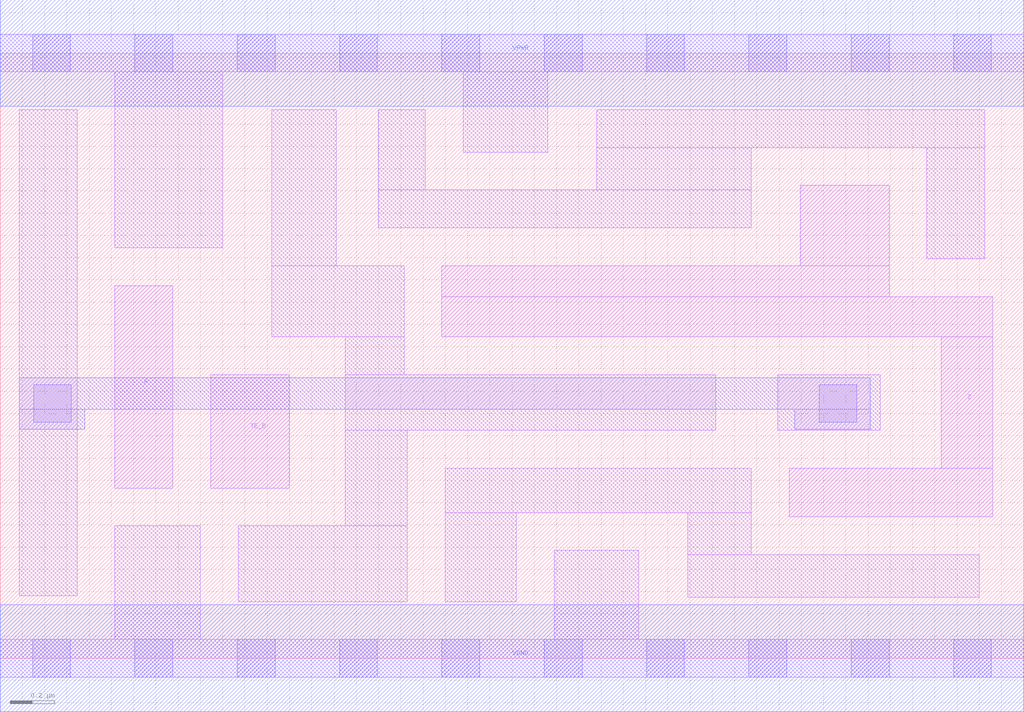
<source format=lef>
# Copyright 2020 The SkyWater PDK Authors
#
# Licensed under the Apache License, Version 2.0 (the "License");
# you may not use this file except in compliance with the License.
# You may obtain a copy of the License at
#
#     https://www.apache.org/licenses/LICENSE-2.0
#
# Unless required by applicable law or agreed to in writing, software
# distributed under the License is distributed on an "AS IS" BASIS,
# WITHOUT WARRANTIES OR CONDITIONS OF ANY KIND, either express or implied.
# See the License for the specific language governing permissions and
# limitations under the License.
#
# SPDX-License-Identifier: Apache-2.0

VERSION 5.7 ;
BUSBITCHARS "[]" ;
DIVIDERCHAR "/" ;
PROPERTYDEFINITIONS
  MACRO maskLayoutSubType STRING ;
  MACRO prCellType STRING ;
  MACRO originalViewName STRING ;
END PROPERTYDEFINITIONS
MACRO sky130_fd_sc_hdll__ebufn_2
  ORIGIN  0.000000  0.000000 ;
  CLASS CORE ;
  SYMMETRY X Y R90 ;
  SIZE  4.600000 BY  2.720000 ;
  SITE unithd ;
  PIN A
    ANTENNAGATEAREA  0.178200 ;
    DIRECTION INPUT ;
    USE SIGNAL ;
    PORT
      LAYER li1 ;
        RECT 0.515000 0.765000 0.775000 1.675000 ;
    END
  END A
  PIN TE_B
    ANTENNAGATEAREA  0.516600 ;
    DIRECTION INPUT ;
    USE SIGNAL ;
    PORT
      LAYER li1 ;
        RECT 0.945000 0.765000 1.300000 1.275000 ;
    END
  END TE_B
  PIN VGND
    DIRECTION INOUT ;
    USE SIGNAL ;
    PORT
      LAYER met1 ;
        RECT 0.000000 -0.240000 4.600000 0.240000 ;
    END
  END VGND
  PIN VPWR
    DIRECTION INOUT ;
    USE SIGNAL ;
    PORT
      LAYER met1 ;
        RECT 0.000000 2.480000 4.600000 2.960000 ;
    END
  END VPWR
  PIN Z
    ANTENNADIFFAREA  0.530500 ;
    DIRECTION OUTPUT ;
    USE SIGNAL ;
    PORT
      LAYER li1 ;
        RECT 1.985000 1.445000 4.460000 1.625000 ;
        RECT 1.985000 1.625000 3.995000 1.765000 ;
        RECT 3.545000 0.635000 4.460000 0.855000 ;
        RECT 3.595000 1.765000 3.995000 2.125000 ;
        RECT 4.230000 0.855000 4.460000 1.445000 ;
    END
  END Z
  OBS
    LAYER li1 ;
      RECT 0.000000 -0.085000 4.600000 0.085000 ;
      RECT 0.000000  2.635000 4.600000 2.805000 ;
      RECT 0.085000  0.280000 0.345000 2.465000 ;
      RECT 0.515000  0.085000 0.900000 0.595000 ;
      RECT 0.515000  1.845000 1.000000 2.635000 ;
      RECT 1.070000  0.255000 1.830000 0.595000 ;
      RECT 1.220000  1.445000 1.815000 1.765000 ;
      RECT 1.220000  1.765000 1.510000 2.465000 ;
      RECT 1.550000  0.595000 1.830000 1.025000 ;
      RECT 1.550000  1.025000 3.215000 1.275000 ;
      RECT 1.550000  1.275000 1.815000 1.445000 ;
      RECT 1.700000  1.935000 3.375000 2.105000 ;
      RECT 1.700000  2.105000 1.910000 2.465000 ;
      RECT 2.000000  0.255000 2.320000 0.655000 ;
      RECT 2.000000  0.655000 3.375000 0.855000 ;
      RECT 2.080000  2.275000 2.460000 2.635000 ;
      RECT 2.490000  0.085000 2.870000 0.485000 ;
      RECT 2.680000  2.105000 3.375000 2.295000 ;
      RECT 2.680000  2.295000 4.425000 2.465000 ;
      RECT 3.090000  0.275000 4.400000 0.465000 ;
      RECT 3.090000  0.465000 3.375000 0.655000 ;
      RECT 3.495000  1.025000 3.955000 1.275000 ;
      RECT 4.165000  1.795000 4.425000 2.295000 ;
    LAYER mcon ;
      RECT 0.145000 -0.085000 0.315000 0.085000 ;
      RECT 0.145000  2.635000 0.315000 2.805000 ;
      RECT 0.150000  1.060000 0.320000 1.230000 ;
      RECT 0.605000 -0.085000 0.775000 0.085000 ;
      RECT 0.605000  2.635000 0.775000 2.805000 ;
      RECT 1.065000 -0.085000 1.235000 0.085000 ;
      RECT 1.065000  2.635000 1.235000 2.805000 ;
      RECT 1.525000 -0.085000 1.695000 0.085000 ;
      RECT 1.525000  2.635000 1.695000 2.805000 ;
      RECT 1.985000 -0.085000 2.155000 0.085000 ;
      RECT 1.985000  2.635000 2.155000 2.805000 ;
      RECT 2.445000 -0.085000 2.615000 0.085000 ;
      RECT 2.445000  2.635000 2.615000 2.805000 ;
      RECT 2.905000 -0.085000 3.075000 0.085000 ;
      RECT 2.905000  2.635000 3.075000 2.805000 ;
      RECT 3.365000 -0.085000 3.535000 0.085000 ;
      RECT 3.365000  2.635000 3.535000 2.805000 ;
      RECT 3.680000  1.060000 3.850000 1.230000 ;
      RECT 3.825000 -0.085000 3.995000 0.085000 ;
      RECT 3.825000  2.635000 3.995000 2.805000 ;
      RECT 4.285000 -0.085000 4.455000 0.085000 ;
      RECT 4.285000  2.635000 4.455000 2.805000 ;
    LAYER met1 ;
      RECT 0.085000 1.030000 0.380000 1.120000 ;
      RECT 0.085000 1.120000 3.910000 1.260000 ;
      RECT 3.570000 1.030000 3.910000 1.120000 ;
  END
  PROPERTY maskLayoutSubType "abstract" ;
  PROPERTY prCellType "standard" ;
  PROPERTY originalViewName "layout" ;
END sky130_fd_sc_hdll__ebufn_2

</source>
